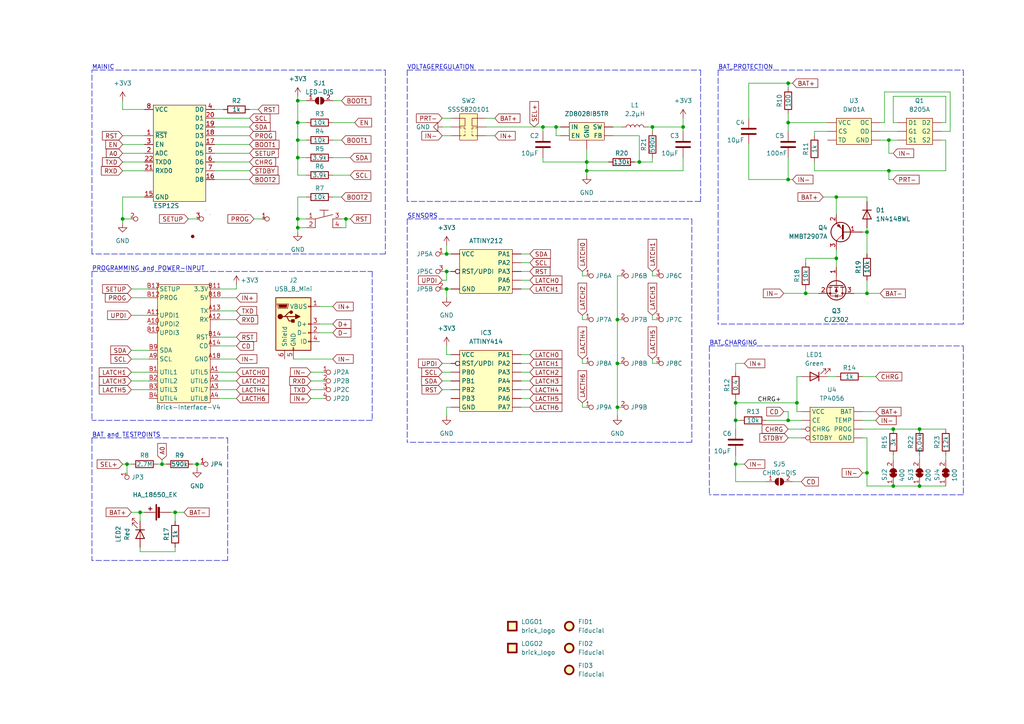
<source format=kicad_sch>
(kicad_sch (version 20211123) (generator eeschema)
  (paper "A4")
  (junction (at 213.36 121.92))
  (junction (at 129.54 73.66))
  (junction (at 161.29 36.83))
  (junction (at 100.33 63.5))
  (junction (at 86.36 45.72))
  (junction (at 86.36 63.5))
  (junction (at 86.36 66.04))
  (junction (at 198.12 36.83))
  (junction (at 242.57 57.15))
  (junction (at 129.54 83.82))
  (junction (at 228.6 35.56))
  (junction (at 228.6 52.07))
  (junction (at 46.99 134.62))
  (junction (at 50.8 148.59))
  (junction (at 86.36 29.21))
  (junction (at 86.36 40.64))
  (junction (at 35.56 63.5))
  (junction (at 86.36 35.56))
  (junction (at 257.81 49.53))
  (junction (at 213.36 116.84))
  (junction (at 157.48 36.83))
  (junction (at 228.6 24.13))
  (junction (at 170.18 49.53))
  (junction (at 259.08 124.46))
  (junction (at 259.08 140.97))
  (junction (at 179.07 92.71))
  (junction (at 251.46 85.09))
  (junction (at 189.23 36.83))
  (junction (at 40.64 148.59))
  (junction (at 233.68 85.09))
  (junction (at 179.07 105.41))
  (junction (at 129.54 78.74))
  (junction (at 242.57 74.93))
  (junction (at 266.7 124.46))
  (junction (at 170.18 46.99))
  (junction (at 57.15 134.62))
  (junction (at 213.36 134.62))
  (junction (at 251.46 67.31))
  (junction (at 251.46 137.16))
  (junction (at 266.7 140.97))
  (junction (at 257.81 40.64))
  (junction (at 228.6 121.92))
  (junction (at 36.83 134.62))
  (junction (at 179.07 118.11))
  (junction (at 185.42 46.99))
  (junction (at 231.14 116.84))
  (wire (pts (xy 170.18 49.53) (xy 198.12 49.53)))
  (wire (pts (xy 189.23 80.01) (xy 190.5 80.01)))
  (wire (pts (xy 228.6 124.46) (xy 232.41 124.46)))
  (wire (pts (xy 35.56 63.5) (xy 38.1 63.5)))
  (polyline (pts (xy 118.11 63.5) (xy 200.66 63.5)))
  (wire (pts (xy 35.56 64.77) (xy 35.56 63.5)))
  (wire (pts (xy 85.09 104.14) (xy 96.52 104.14)))
  (wire (pts (xy 90.17 107.95) (xy 93.98 107.95)))
  (wire (pts (xy 151.13 113.03) (xy 153.67 113.03)))
  (wire (pts (xy 233.68 85.09) (xy 237.49 85.09)))
  (wire (pts (xy 231.14 119.38) (xy 231.14 116.84)))
  (wire (pts (xy 129.54 71.12) (xy 129.54 73.66)))
  (wire (pts (xy 63.5 86.36) (xy 68.58 86.36)))
  (wire (pts (xy 62.23 31.75) (xy 64.77 31.75)))
  (wire (pts (xy 189.23 36.83) (xy 189.23 38.1)))
  (wire (pts (xy 96.52 29.21) (xy 99.06 29.21)))
  (wire (pts (xy 35.56 39.37) (xy 41.91 39.37)))
  (polyline (pts (xy 118.11 63.5) (xy 118.11 128.27)))
  (wire (pts (xy 157.48 36.83) (xy 157.48 38.1)))
  (wire (pts (xy 128.27 107.95) (xy 130.81 107.95)))
  (wire (pts (xy 184.15 46.99) (xy 185.42 46.99)))
  (wire (pts (xy 99.06 66.04) (xy 100.33 66.04)))
  (wire (pts (xy 256.54 26.67) (xy 275.59 26.67)))
  (wire (pts (xy 266.7 124.46) (xy 274.32 124.46)))
  (wire (pts (xy 170.18 43.18) (xy 170.18 46.99)))
  (polyline (pts (xy 111.76 73.66) (xy 26.67 73.66)))
  (wire (pts (xy 259.08 52.07) (xy 257.81 52.07)))
  (wire (pts (xy 86.36 29.21) (xy 88.9 29.21)))
  (wire (pts (xy 35.56 29.21) (xy 35.56 31.75)))
  (wire (pts (xy 251.46 67.31) (xy 251.46 66.04)))
  (wire (pts (xy 63.5 92.71) (xy 68.58 92.71)))
  (wire (pts (xy 198.12 38.1) (xy 198.12 36.83)))
  (wire (pts (xy 157.48 46.99) (xy 170.18 46.99)))
  (wire (pts (xy 86.36 35.56) (xy 86.36 29.21)))
  (wire (pts (xy 88.9 35.56) (xy 86.36 35.56)))
  (wire (pts (xy 38.1 148.59) (xy 40.64 148.59)))
  (wire (pts (xy 129.54 73.66) (xy 130.81 73.66)))
  (wire (pts (xy 266.7 140.97) (xy 274.32 140.97)))
  (wire (pts (xy 35.56 49.53) (xy 41.91 49.53)))
  (polyline (pts (xy 205.74 100.33) (xy 279.4 100.33)))
  (wire (pts (xy 72.39 31.75) (xy 74.93 31.75)))
  (wire (pts (xy 251.46 140.97) (xy 259.08 140.97)))
  (wire (pts (xy 62.23 44.45) (xy 72.39 44.45)))
  (wire (pts (xy 62.23 46.99) (xy 72.39 46.99)))
  (wire (pts (xy 62.23 49.53) (xy 72.39 49.53)))
  (wire (pts (xy 88.9 40.64) (xy 86.36 40.64)))
  (wire (pts (xy 213.36 139.7) (xy 213.36 134.62)))
  (wire (pts (xy 217.17 52.07) (xy 228.6 52.07)))
  (wire (pts (xy 88.9 50.8) (xy 86.36 50.8)))
  (wire (pts (xy 227.33 85.09) (xy 233.68 85.09)))
  (wire (pts (xy 62.23 52.07) (xy 72.39 52.07)))
  (wire (pts (xy 128.27 105.41) (xy 130.81 105.41)))
  (wire (pts (xy 161.29 36.83) (xy 162.56 36.83)))
  (wire (pts (xy 236.22 38.1) (xy 236.22 39.37)))
  (wire (pts (xy 35.56 63.5) (xy 35.56 57.15)))
  (wire (pts (xy 151.13 105.41) (xy 153.67 105.41)))
  (wire (pts (xy 92.71 93.98) (xy 96.52 93.98)))
  (wire (pts (xy 96.52 35.56) (xy 102.87 35.56)))
  (wire (pts (xy 250.19 127) (xy 251.46 127)))
  (wire (pts (xy 100.33 63.5) (xy 101.6 63.5)))
  (wire (pts (xy 179.07 118.11) (xy 180.34 118.11)))
  (wire (pts (xy 179.07 118.11) (xy 179.07 105.41)))
  (wire (pts (xy 151.13 83.82) (xy 153.67 83.82)))
  (wire (pts (xy 151.13 81.28) (xy 153.67 81.28)))
  (wire (pts (xy 179.07 105.41) (xy 180.34 105.41)))
  (wire (pts (xy 213.36 132.08) (xy 213.36 134.62)))
  (wire (pts (xy 255.27 40.64) (xy 257.81 40.64)))
  (wire (pts (xy 90.17 110.49) (xy 93.98 110.49)))
  (wire (pts (xy 251.46 137.16) (xy 251.46 140.97)))
  (wire (pts (xy 251.46 81.28) (xy 251.46 85.09)))
  (polyline (pts (xy 203.2 58.42) (xy 118.11 58.42)))
  (wire (pts (xy 170.18 49.53) (xy 170.18 50.8)))
  (wire (pts (xy 92.71 88.9) (xy 96.52 88.9)))
  (wire (pts (xy 63.5 100.33) (xy 68.58 100.33)))
  (wire (pts (xy 179.07 105.41) (xy 179.07 92.71)))
  (wire (pts (xy 35.56 134.62) (xy 36.83 134.62)))
  (wire (pts (xy 63.5 104.14) (xy 68.58 104.14)))
  (wire (pts (xy 233.68 74.93) (xy 242.57 74.93)))
  (polyline (pts (xy 208.28 20.32) (xy 208.28 93.98)))
  (wire (pts (xy 86.36 57.15) (xy 86.36 63.5)))
  (wire (pts (xy 41.91 31.75) (xy 35.56 31.75)))
  (wire (pts (xy 250.19 124.46) (xy 259.08 124.46)))
  (wire (pts (xy 129.54 100.33) (xy 129.54 102.87)))
  (polyline (pts (xy 208.28 20.32) (xy 279.4 20.32)))
  (wire (pts (xy 50.8 148.59) (xy 53.34 148.59)))
  (wire (pts (xy 46.99 134.62) (xy 48.26 134.62)))
  (wire (pts (xy 255.27 35.56) (xy 256.54 35.56)))
  (wire (pts (xy 96.52 57.15) (xy 99.06 57.15)))
  (wire (pts (xy 185.42 46.99) (xy 189.23 46.99)))
  (wire (pts (xy 86.36 50.8) (xy 86.36 45.72)))
  (wire (pts (xy 62.23 41.91) (xy 72.39 41.91)))
  (polyline (pts (xy 111.76 20.32) (xy 111.76 73.66)))
  (wire (pts (xy 35.56 46.99) (xy 41.91 46.99)))
  (wire (pts (xy 228.6 119.38) (xy 228.6 121.92)))
  (wire (pts (xy 232.41 109.22) (xy 231.14 109.22)))
  (wire (pts (xy 227.33 119.38) (xy 228.6 119.38)))
  (wire (pts (xy 86.36 40.64) (xy 86.36 35.56)))
  (wire (pts (xy 90.17 115.57) (xy 93.98 115.57)))
  (wire (pts (xy 251.46 58.42) (xy 251.46 57.15)))
  (wire (pts (xy 35.56 44.45) (xy 41.91 44.45)))
  (polyline (pts (xy 26.67 20.32) (xy 111.76 20.32)))
  (wire (pts (xy 128.27 78.74) (xy 129.54 78.74)))
  (wire (pts (xy 140.97 36.83) (xy 157.48 36.83)))
  (wire (pts (xy 213.36 116.84) (xy 213.36 121.92)))
  (wire (pts (xy 233.68 83.82) (xy 233.68 85.09)))
  (wire (pts (xy 189.23 45.72) (xy 189.23 46.99)))
  (wire (pts (xy 57.15 134.62) (xy 57.15 135.89)))
  (wire (pts (xy 240.03 109.22) (xy 242.57 109.22)))
  (wire (pts (xy 231.14 109.22) (xy 231.14 116.84)))
  (wire (pts (xy 168.91 91.44) (xy 168.91 92.71)))
  (wire (pts (xy 274.32 132.08) (xy 274.32 133.35)))
  (wire (pts (xy 168.91 80.01) (xy 170.18 80.01)))
  (wire (pts (xy 129.54 86.36) (xy 129.54 83.82)))
  (wire (pts (xy 128.27 110.49) (xy 130.81 110.49)))
  (wire (pts (xy 229.87 24.13) (xy 228.6 24.13)))
  (wire (pts (xy 273.05 38.1) (xy 275.59 38.1)))
  (wire (pts (xy 54.61 63.5) (xy 57.15 63.5)))
  (wire (pts (xy 255.27 38.1) (xy 260.35 38.1)))
  (wire (pts (xy 62.23 39.37) (xy 72.39 39.37)))
  (wire (pts (xy 260.35 35.56) (xy 259.08 35.56)))
  (wire (pts (xy 38.1 104.14) (xy 43.18 104.14)))
  (wire (pts (xy 177.8 39.37) (xy 185.42 39.37)))
  (wire (pts (xy 151.13 78.74) (xy 153.67 78.74)))
  (wire (pts (xy 151.13 118.11) (xy 153.67 118.11)))
  (wire (pts (xy 63.5 107.95) (xy 68.58 107.95)))
  (wire (pts (xy 128.27 34.29) (xy 130.81 34.29)))
  (wire (pts (xy 128.27 36.83) (xy 130.81 36.83)))
  (wire (pts (xy 162.56 39.37) (xy 161.29 39.37)))
  (wire (pts (xy 62.23 34.29) (xy 72.39 34.29)))
  (wire (pts (xy 38.1 91.44) (xy 43.18 91.44)))
  (wire (pts (xy 90.17 113.03) (xy 93.98 113.03)))
  (wire (pts (xy 86.36 63.5) (xy 88.9 63.5)))
  (wire (pts (xy 259.08 132.08) (xy 259.08 133.35)))
  (wire (pts (xy 238.76 57.15) (xy 242.57 57.15)))
  (wire (pts (xy 55.88 134.62) (xy 57.15 134.62)))
  (polyline (pts (xy 279.4 143.51) (xy 205.74 143.51)))
  (wire (pts (xy 242.57 57.15) (xy 251.46 57.15)))
  (wire (pts (xy 49.53 148.59) (xy 50.8 148.59)))
  (polyline (pts (xy 118.11 20.32) (xy 203.2 20.32)))
  (wire (pts (xy 86.36 66.04) (xy 88.9 66.04)))
  (wire (pts (xy 168.91 118.11) (xy 170.18 118.11)))
  (wire (pts (xy 233.68 76.2) (xy 233.68 74.93)))
  (wire (pts (xy 63.5 113.03) (xy 68.58 113.03)))
  (wire (pts (xy 213.36 115.57) (xy 213.36 116.84)))
  (wire (pts (xy 266.7 132.08) (xy 266.7 133.35)))
  (wire (pts (xy 259.08 27.94) (xy 274.32 27.94)))
  (wire (pts (xy 251.46 127) (xy 251.46 137.16)))
  (wire (pts (xy 228.6 52.07) (xy 229.87 52.07)))
  (wire (pts (xy 274.32 49.53) (xy 257.81 49.53)))
  (wire (pts (xy 88.9 45.72) (xy 86.36 45.72)))
  (wire (pts (xy 189.23 104.14) (xy 189.23 105.41)))
  (polyline (pts (xy 66.04 127) (xy 66.04 162.56)))
  (wire (pts (xy 274.32 40.64) (xy 274.32 49.53)))
  (wire (pts (xy 96.52 45.72) (xy 101.6 45.72)))
  (wire (pts (xy 189.23 36.83) (xy 198.12 36.83)))
  (wire (pts (xy 198.12 34.29) (xy 198.12 36.83)))
  (wire (pts (xy 259.08 35.56) (xy 259.08 27.94)))
  (wire (pts (xy 189.23 105.41) (xy 190.5 105.41)))
  (wire (pts (xy 231.14 116.84) (xy 213.36 116.84)))
  (wire (pts (xy 129.54 78.74) (xy 130.81 78.74)))
  (wire (pts (xy 128.27 39.37) (xy 130.81 39.37)))
  (wire (pts (xy 242.57 74.93) (xy 242.57 77.47)))
  (wire (pts (xy 250.19 119.38) (xy 254 119.38)))
  (wire (pts (xy 129.54 102.87) (xy 130.81 102.87)))
  (wire (pts (xy 250.19 137.16) (xy 251.46 137.16)))
  (wire (pts (xy 214.63 121.92) (xy 213.36 121.92)))
  (wire (pts (xy 129.54 83.82) (xy 130.81 83.82)))
  (wire (pts (xy 151.13 76.2) (xy 153.67 76.2)))
  (wire (pts (xy 63.5 90.17) (xy 68.58 90.17)))
  (polyline (pts (xy 200.66 63.5) (xy 200.66 128.27)))
  (wire (pts (xy 217.17 34.29) (xy 217.17 24.13)))
  (wire (pts (xy 250.19 121.92) (xy 254 121.92)))
  (wire (pts (xy 168.91 78.74) (xy 168.91 80.01)))
  (wire (pts (xy 38.1 107.95) (xy 43.18 107.95)))
  (polyline (pts (xy 205.74 100.33) (xy 205.74 143.51)))
  (wire (pts (xy 257.81 40.64) (xy 257.81 44.45)))
  (wire (pts (xy 38.1 113.03) (xy 43.18 113.03)))
  (wire (pts (xy 96.52 50.8) (xy 101.6 50.8)))
  (wire (pts (xy 168.91 104.14) (xy 168.91 105.41)))
  (wire (pts (xy 228.6 45.72) (xy 228.6 52.07)))
  (wire (pts (xy 240.03 38.1) (xy 236.22 38.1)))
  (wire (pts (xy 140.97 34.29) (xy 143.51 34.29)))
  (wire (pts (xy 213.36 134.62) (xy 215.9 134.62)))
  (wire (pts (xy 88.9 57.15) (xy 86.36 57.15)))
  (wire (pts (xy 240.03 35.56) (xy 228.6 35.56)))
  (wire (pts (xy 229.87 139.7) (xy 232.41 139.7)))
  (wire (pts (xy 275.59 38.1) (xy 275.59 26.67)))
  (wire (pts (xy 228.6 35.56) (xy 228.6 38.1)))
  (wire (pts (xy 50.8 160.02) (xy 40.64 160.02)))
  (wire (pts (xy 62.23 36.83) (xy 72.39 36.83)))
  (wire (pts (xy 242.57 57.15) (xy 242.57 62.23)))
  (polyline (pts (xy 200.66 128.27) (xy 118.11 128.27)))
  (wire (pts (xy 38.1 110.49) (xy 43.18 110.49)))
  (wire (pts (xy 213.36 105.41) (xy 213.36 107.95)))
  (wire (pts (xy 86.36 29.21) (xy 86.36 27.94)))
  (wire (pts (xy 40.64 158.75) (xy 40.64 160.02)))
  (wire (pts (xy 215.9 105.41) (xy 213.36 105.41)))
  (wire (pts (xy 179.07 92.71) (xy 180.34 92.71)))
  (wire (pts (xy 100.33 63.5) (xy 100.33 66.04)))
  (wire (pts (xy 161.29 36.83) (xy 161.29 39.37)))
  (wire (pts (xy 68.58 82.55) (xy 68.58 83.82)))
  (wire (pts (xy 92.71 96.52) (xy 96.52 96.52)))
  (polyline (pts (xy 66.04 162.56) (xy 26.67 162.56)))
  (wire (pts (xy 177.8 36.83) (xy 180.34 36.83)))
  (wire (pts (xy 213.36 121.92) (xy 213.36 124.46)))
  (wire (pts (xy 217.17 24.13) (xy 228.6 24.13)))
  (wire (pts (xy 157.48 36.83) (xy 161.29 36.83)))
  (wire (pts (xy 232.41 119.38) (xy 231.14 119.38)))
  (polyline (pts (xy 26.67 127) (xy 66.04 127)))
  (wire (pts (xy 189.23 91.44) (xy 189.23 92.71)))
  (wire (pts (xy 40.64 148.59) (xy 41.91 148.59)))
  (wire (pts (xy 179.07 80.01) (xy 180.34 80.01)))
  (wire (pts (xy 57.15 134.62) (xy 58.42 134.62)))
  (wire (pts (xy 259.08 124.46) (xy 266.7 124.46)))
  (wire (pts (xy 228.6 127) (xy 232.41 127)))
  (wire (pts (xy 35.56 41.91) (xy 41.91 41.91)))
  (wire (pts (xy 151.13 102.87) (xy 153.67 102.87)))
  (wire (pts (xy 128.27 113.03) (xy 130.81 113.03)))
  (wire (pts (xy 236.22 46.99) (xy 236.22 49.53)))
  (wire (pts (xy 168.91 92.71) (xy 170.18 92.71)))
  (wire (pts (xy 99.06 63.5) (xy 100.33 63.5)))
  (wire (pts (xy 36.83 134.62) (xy 36.83 137.16)))
  (wire (pts (xy 63.5 97.79) (xy 68.58 97.79)))
  (polyline (pts (xy 279.4 93.98) (xy 208.28 93.98)))
  (wire (pts (xy 257.81 40.64) (xy 260.35 40.64)))
  (wire (pts (xy 170.18 46.99) (xy 170.18 49.53)))
  (wire (pts (xy 86.36 45.72) (xy 86.36 40.64)))
  (wire (pts (xy 242.57 72.39) (xy 242.57 74.93)))
  (wire (pts (xy 168.91 116.84) (xy 168.91 118.11)))
  (wire (pts (xy 38.1 86.36) (xy 43.18 86.36)))
  (wire (pts (xy 151.13 107.95) (xy 153.67 107.95)))
  (wire (pts (xy 251.46 85.09) (xy 255.27 85.09)))
  (wire (pts (xy 273.05 40.64) (xy 274.32 40.64)))
  (wire (pts (xy 38.1 83.82) (xy 43.18 83.82)))
  (wire (pts (xy 198.12 45.72) (xy 198.12 49.53)))
  (wire (pts (xy 86.36 63.5) (xy 86.36 66.04)))
  (wire (pts (xy 187.96 36.83) (xy 189.23 36.83)))
  (wire (pts (xy 228.6 35.56) (xy 228.6 33.02)))
  (wire (pts (xy 86.36 66.04) (xy 86.36 67.31)))
  (polyline (pts (xy 26.67 73.66) (xy 26.67 20.32)))
  (wire (pts (xy 63.5 110.49) (xy 68.58 110.49)))
  (wire (pts (xy 38.1 101.6) (xy 43.18 101.6)))
  (wire (pts (xy 63.5 83.82) (xy 68.58 83.82)))
  (polyline (pts (xy 118.11 20.32) (xy 118.11 58.42)))
  (polyline (pts (xy 26.67 127) (xy 26.67 162.56)))
  (wire (pts (xy 256.54 26.67) (xy 256.54 35.56)))
  (wire (pts (xy 50.8 148.59) (xy 50.8 151.13)))
  (wire (pts (xy 46.99 133.35) (xy 46.99 134.62)))
  (wire (pts (xy 128.27 73.66) (xy 129.54 73.66)))
  (wire (pts (xy 151.13 110.49) (xy 153.67 110.49)))
  (wire (pts (xy 151.13 115.57) (xy 153.67 115.57)))
  (polyline (pts (xy 107.95 78.74) (xy 107.95 121.92)))
  (wire (pts (xy 257.81 49.53) (xy 236.22 49.53)))
  (polyline (pts (xy 26.67 78.74) (xy 107.95 78.74)))
  (wire (pts (xy 217.17 41.91) (xy 217.17 52.07)))
  (wire (pts (xy 222.25 121.92) (xy 228.6 121.92)))
  (wire (pts (xy 185.42 39.37) (xy 185.42 46.99)))
  (wire (pts (xy 274.32 27.94) (xy 274.32 35.56)))
  (wire (pts (xy 250.19 109.22) (xy 254 109.22)))
  (wire (pts (xy 157.48 45.72) (xy 157.48 46.99)))
  (wire (pts (xy 189.23 92.71) (xy 190.5 92.71)))
  (wire (pts (xy 228.6 24.13) (xy 228.6 25.4)))
  (polyline (pts (xy 279.4 100.33) (xy 279.4 143.51)))
  (wire (pts (xy 251.46 67.31) (xy 251.46 73.66)))
  (wire (pts (xy 179.07 92.71) (xy 179.07 80.01)))
  (wire (pts (xy 96.52 40.64) (xy 99.06 40.64)))
  (wire (pts (xy 273.05 35.56) (xy 274.32 35.56)))
  (polyline (pts (xy 107.95 121.92) (xy 26.67 121.92)))
  (wire (pts (xy 35.56 57.15) (xy 41.91 57.15)))
  (wire (pts (xy 140.97 39.37) (xy 143.51 39.37)))
  (wire (pts (xy 45.72 134.62) (xy 46.99 134.62)))
  (wire (pts (xy 128.27 81.28) (xy 129.54 81.28)))
  (wire (pts (xy 250.19 67.31) (xy 251.46 67.31)))
  (polyline (pts (xy 203.2 20.32) (xy 203.2 58.42)))
  (wire (pts (xy 36.83 134.62) (xy 38.1 134.62)))
  (wire (pts (xy 40.64 148.59) (xy 40.64 151.13)))
  (wire (pts (xy 151.13 73.66) (xy 153.67 73.66)))
  (wire (pts (xy 213.36 139.7) (xy 222.25 139.7)))
  (wire (pts (xy 189.23 78.74) (xy 189.23 80.01)))
  (wire (pts (xy 257.81 49.53) (xy 257.81 52.07)))
  (wire (pts (xy 259.08 44.45) (xy 257.81 44.45)))
  (polyline (pts (xy 26.67 78.74) (xy 26.67 121.92)))
  (wire (pts (xy 179.07 120.65) (xy 179.07 118.11)))
  (wire (pts (xy 228.6 121.92) (xy 232.41 121.92)))
  (wire (pts (xy 259.08 140.97) (xy 266.7 140.97)))
  (wire (pts (xy 73.66 63.5) (xy 76.2 63.5)))
  (wire (pts (xy 130.81 118.11) (xy 129.54 118.11)))
  (wire (pts (xy 247.65 85.09) (xy 251.46 85.09)))
  (wire (pts (xy 63.5 115.57) (xy 68.58 115.57)))
  (wire (pts (xy 129.54 78.74) (xy 129.54 81.28)))
  (wire (pts (xy 170.18 46.99) (xy 176.53 46.99)))
  (wire (pts (xy 129.54 118.11) (xy 129.54 120.65)))
  (wire (pts (xy 168.91 105.41) (xy 170.18 105.41)))
  (wire (pts (xy 128.27 83.82) (xy 129.54 83.82)))
  (wire (pts (xy 50.8 158.75) (xy 50.8 160.02)))
  (polyline (pts (xy 279.4 20.32) (xy 279.4 93.98)))
  (text "SENSORS" (at 118.11 63.5 0) (effects (font (size 1.27 1.27)) (justify left bottom)))
  (text "MAINIC" (at 26.67 20.32 0) (effects (font (size 1.27 1.27)) (justify left bottom)))
  (text "BAT_CHARGING" (at 205.74 100.33 0) (effects (font (size 1.27 1.27)) (justify left bottom)))
  (text "BAT and TESTPOINTS" (at 26.67 127 0) (effects (font (size 1.27 1.27)) (justify left bottom)))
  (text "VOLTAGEREGULATION" (at 118.11 20.32 0) (effects (font (size 1.27 1.27)) (justify left bottom)))
  (text "BAT_PROTECTION" (at 208.28 20.32 0) (effects (font (size 1.27 1.27)) (justify left bottom)))
  (text "PROGRAMMING and POWER-INPUT" (at 26.67 78.74 0) (effects (font (size 1.27 1.27)) (justify left bottom)))
  (label "CHRG+" (at 219.71 116.84 0))
  (global_label "STDBY" (shape input) (at 72.39 49.53 0) (property "Referenzen zwischen Schaltplänen" "${INTERSHEET_REFS}" (effects hide)))
  (global_label "PROG" (shape input) (at 72.39 39.37 0) (property "Referenzen zwischen Schaltplänen" "${INTERSHEET_REFS}" (effects hide)))
  (global_label "SETUP" (shape input) (at 54.61 63.5 180) (property "Referenzen zwischen Schaltplänen" "${INTERSHEET_REFS}" (effects hide)))
  (global_label "CD" (shape input) (at 232.41 139.7 0) (property "Referenzen zwischen Schaltplänen" "${INTERSHEET_REFS}" (effects hide)))
  (global_label "CHRG" (shape input) (at 228.6 124.46 180) (property "Referenzen zwischen Schaltplänen" "${INTERSHEET_REFS}" (effects hide)))
  (global_label "SDA" (shape input) (at 101.6 45.72 0) (property "Referenzen zwischen Schaltplänen" "${INTERSHEET_REFS}" (effects hide)))
  (global_label "LATCH3" (shape input) (at 189.23 91.44 90) (property "Referenzen zwischen Schaltplänen" "${INTERSHEET_REFS}" (effects hide)))
  (global_label "LACTH5" (shape input) (at 38.1 113.03 180) (property "Referenzen zwischen Schaltplänen" "${INTERSHEET_REFS}" (effects hide)))
  (global_label "PRT-" (shape input) (at 128.27 34.29 180) (property "Referenzen zwischen Schaltplänen" "${INTERSHEET_REFS}" (effects hide)))
  (global_label "D-" (shape input) (at 96.52 96.52 0) (property "Referenzen zwischen Schaltplänen" "${INTERSHEET_REFS}" (effects hide)))
  (global_label "STDBY" (shape input) (at 228.6 127 180) (property "Referenzen zwischen Schaltplänen" "${INTERSHEET_REFS}" (effects hide)))
  (global_label "IN-" (shape input) (at 227.33 85.09 180) (property "Referenzen zwischen Schaltplänen" "${INTERSHEET_REFS}" (effects hide)))
  (global_label "RST" (shape input) (at 35.56 39.37 180) (property "Referenzen zwischen Schaltplänen" "${INTERSHEET_REFS}" (effects hide)))
  (global_label "BAT+" (shape input) (at 143.51 34.29 0) (property "Referenzen zwischen Schaltplänen" "${INTERSHEET_REFS}" (effects hide)))
  (global_label "SCL" (shape input) (at 101.6 50.8 0) (property "Referenzen zwischen Schaltplänen" "${INTERSHEET_REFS}" (effects hide)))
  (global_label "SCL" (shape input) (at 72.39 34.29 0) (property "Referenzen zwischen Schaltplänen" "${INTERSHEET_REFS}" (effects hide)))
  (global_label "CD" (shape input) (at 68.58 100.33 0) (property "Referenzen zwischen Schaltplänen" "${INTERSHEET_REFS}" (effects hide)))
  (global_label "LACTH6" (shape input) (at 168.91 116.84 90) (property "Referenzen zwischen Schaltplänen" "${INTERSHEET_REFS}" (effects hide)))
  (global_label "BOOT1" (shape input) (at 99.06 29.21 0) (property "Referenzen zwischen Schaltplänen" "${INTERSHEET_REFS}" (effects hide)))
  (global_label "LACTH5" (shape input) (at 153.67 115.57 0) (property "Referenzen zwischen Schaltplänen" "${INTERSHEET_REFS}" (effects hide)))
  (global_label "RST" (shape input) (at 74.93 31.75 0) (property "Referenzen zwischen Schaltplänen" "${INTERSHEET_REFS}" (effects hide)))
  (global_label "LATCH3" (shape input) (at 38.1 110.49 180) (property "Referenzen zwischen Schaltplänen" "${INTERSHEET_REFS}" (effects hide)))
  (global_label "LATCH1" (shape input) (at 153.67 83.82 0) (property "Referenzen zwischen Schaltplänen" "${INTERSHEET_REFS}" (effects hide)))
  (global_label "SDA" (shape input) (at 153.67 73.66 0) (property "Referenzen zwischen Schaltplänen" "${INTERSHEET_REFS}" (effects hide)))
  (global_label "BAT+" (shape input) (at 38.1 148.59 180) (property "Referenzen zwischen Schaltplänen" "${INTERSHEET_REFS}" (effects hide)))
  (global_label "SETUP" (shape input) (at 72.39 44.45 0) (property "Referenzen zwischen Schaltplänen" "${INTERSHEET_REFS}" (effects hide)))
  (global_label "D+" (shape input) (at 96.52 93.98 0) (property "Referenzen zwischen Schaltplänen" "${INTERSHEET_REFS}" (effects hide)))
  (global_label "IN+" (shape input) (at 215.9 105.41 0) (property "Referenzen zwischen Schaltplänen" "${INTERSHEET_REFS}" (effects hide)))
  (global_label "EN" (shape input) (at 102.87 35.56 0) (property "Referenzen zwischen Schaltplänen" "${INTERSHEET_REFS}" (effects hide)))
  (global_label "LATCH0" (shape input) (at 153.67 102.87 0) (property "Referenzen zwischen Schaltplänen" "${INTERSHEET_REFS}" (effects hide)))
  (global_label "RST" (shape input) (at 101.6 63.5 0) (property "Referenzen zwischen Schaltplänen" "${INTERSHEET_REFS}" (effects hide)))
  (global_label "SCL" (shape input) (at 128.27 107.95 180) (property "Referenzen zwischen Schaltplänen" "${INTERSHEET_REFS}" (effects hide)))
  (global_label "IN-" (shape input) (at 96.52 104.14 0) (property "Referenzen zwischen Schaltplänen" "${INTERSHEET_REFS}" (effects hide)))
  (global_label "A0" (shape input) (at 46.99 133.35 90) (property "Referenzen zwischen Schaltplänen" "${INTERSHEET_REFS}" (effects hide)))
  (global_label "TXD" (shape input) (at 35.56 46.99 180) (property "Referenzen zwischen Schaltplänen" "${INTERSHEET_REFS}" (effects hide)))
  (global_label "LACTH6" (shape input) (at 68.58 115.57 0) (property "Referenzen zwischen Schaltplänen" "${INTERSHEET_REFS}" (effects hide)))
  (global_label "PROG" (shape input) (at 38.1 86.36 180) (property "Referenzen zwischen Schaltplänen" "${INTERSHEET_REFS}" (effects hide)))
  (global_label "RST" (shape input) (at 153.67 78.74 0) (property "Referenzen zwischen Schaltplänen" "${INTERSHEET_REFS}" (effects hide)))
  (global_label "BOOT2" (shape input) (at 72.39 52.07 0) (property "Referenzen zwischen Schaltplänen" "${INTERSHEET_REFS}" (effects hide)))
  (global_label "LATCH0" (shape input) (at 168.91 78.74 90) (property "Referenzen zwischen Schaltplänen" "${INTERSHEET_REFS}" (effects hide)))
  (global_label "BOOT1" (shape input) (at 99.06 40.64 0) (property "Referenzen zwischen Schaltplänen" "${INTERSHEET_REFS}" (effects hide)))
  (global_label "LATCH2" (shape input) (at 68.58 110.49 0) (property "Referenzen zwischen Schaltplänen" "${INTERSHEET_REFS}" (effects hide)))
  (global_label "IN-" (shape input) (at 250.19 137.16 180) (property "Referenzen zwischen Schaltplänen" "${INTERSHEET_REFS}" (effects hide)))
  (global_label "RST" (shape input) (at 128.27 113.03 180) (property "Referenzen zwischen Schaltplänen" "${INTERSHEET_REFS}" (effects hide)))
  (global_label "SEL+" (shape input) (at 154.94 36.83 90) (property "Referenzen zwischen Schaltplänen" "${INTERSHEET_REFS}" (effects hide)))
  (global_label "IN+" (shape input) (at 96.52 88.9 0) (property "Referenzen zwischen Schaltplänen" "${INTERSHEET_REFS}" (effects hide)))
  (global_label "TXD" (shape input) (at 68.58 90.17 0) (property "Referenzen zwischen Schaltplänen" "${INTERSHEET_REFS}" (effects hide)))
  (global_label "BAT+" (shape input) (at 238.76 57.15 180) (property "Referenzen zwischen Schaltplänen" "${INTERSHEET_REFS}" (effects hide)))
  (global_label "BAT-" (shape input) (at 255.27 85.09 0) (property "Referenzen zwischen Schaltplänen" "${INTERSHEET_REFS}" (effects hide)))
  (global_label "SEL+" (shape input) (at 35.56 134.62 180) (property "Referenzen zwischen Schaltplänen" "${INTERSHEET_REFS}" (effects hide)))
  (global_label "A0" (shape input) (at 35.56 44.45 180) (property "Referenzen zwischen Schaltplänen" "${INTERSHEET_REFS}" (effects hide)))
  (global_label "SDA" (shape input) (at 128.27 110.49 180) (property "Referenzen zwischen Schaltplänen" "${INTERSHEET_REFS}" (effects hide)))
  (global_label "IN+" (shape input) (at 143.51 39.37 0) (property "Referenzen zwischen Schaltplänen" "${INTERSHEET_REFS}" (effects hide)))
  (global_label "LATCH2" (shape input) (at 153.67 107.95 0) (property "Referenzen zwischen Schaltplänen" "${INTERSHEET_REFS}" (effects hide)))
  (global_label "RXD" (shape input) (at 35.56 49.53 180) (property "Referenzen zwischen Schaltplänen" "${INTERSHEET_REFS}" (effects hide)))
  (global_label "IN-" (shape input) (at 68.58 104.14 0) (property "Referenzen zwischen Schaltplänen" "${INTERSHEET_REFS}" (effects hide)))
  (global_label "BAT+" (shape input) (at 229.87 24.13 0) (property "Referenzen zwischen Schaltplänen" "${INTERSHEET_REFS}" (effects hide)))
  (global_label "IN-" (shape input) (at 90.17 107.95 180) (property "Referenzen zwischen Schaltplänen" "${INTERSHEET_REFS}" (effects hide)))
  (global_label "LACTH6" (shape input) (at 153.67 118.11 0) (property "Referenzen zwischen Schaltplänen" "${INTERSHEET_REFS}" (effects hide)))
  (global_label "LACTH4" (shape input) (at 168.91 104.14 90) (property "Referenzen zwischen Schaltplänen" "${INTERSHEET_REFS}" (effects hide)))
  (global_label "IN+" (shape input) (at 68.58 86.36 0) (property "Referenzen zwischen Schaltplänen" "${INTERSHEET_REFS}" (effects hide)))
  (global_label "IN-" (shape input) (at 229.87 52.07 0) (property "Referenzen zwischen Schaltplänen" "${INTERSHEET_REFS}" (effects hide)))
  (global_label "LATCH1" (shape input) (at 153.67 105.41 0) (property "Referenzen zwischen Schaltplänen" "${INTERSHEET_REFS}" (effects hide)))
  (global_label "PROG" (shape input) (at 73.66 63.5 180) (property "Referenzen zwischen Schaltplänen" "${INTERSHEET_REFS}" (effects hide)))
  (global_label "RXD" (shape input) (at 68.58 92.71 0) (property "Referenzen zwischen Schaltplänen" "${INTERSHEET_REFS}" (effects hide)))
  (global_label "CHRG" (shape input) (at 72.39 46.99 0) (property "Referenzen zwischen Schaltplänen" "${INTERSHEET_REFS}" (effects hide)))
  (global_label "BAT-" (shape input) (at 53.34 148.59 0) (property "Referenzen zwischen Schaltplänen" "${INTERSHEET_REFS}" (effects hide)))
  (global_label "SETUP" (shape input) (at 38.1 83.82 180) (property "Referenzen zwischen Schaltplänen" "${INTERSHEET_REFS}" (effects hide)))
  (global_label "IN-" (shape input) (at 128.27 39.37 180) (property "Referenzen zwischen Schaltplänen" "${INTERSHEET_REFS}" (effects hide)))
  (global_label "IN-" (shape input) (at 254 121.92 0) (property "Referenzen zwischen Schaltplänen" "${INTERSHEET_REFS}" (effects hide)))
  (global_label "UPDI" (shape input) (at 38.1 91.44 180) (property "Referenzen zwischen Schaltplänen" "${INTERSHEET_REFS}" (effects hide)))
  (global_label "CHRG" (shape input) (at 254 109.22 0) (property "Referenzen zwischen Schaltplänen" "${INTERSHEET_REFS}" (effects hide)))
  (global_label "EN" (shape input) (at 35.56 41.91 180) (property "Referenzen zwischen Schaltplänen" "${INTERSHEET_REFS}" (effects hide)))
  (global_label "CD" (shape input) (at 227.33 119.38 180) (property "Referenzen zwischen Schaltplänen" "${INTERSHEET_REFS}" (effects hide)))
  (global_label "LATCH3" (shape input) (at 153.67 110.49 0) (property "Referenzen zwischen Schaltplänen" "${INTERSHEET_REFS}" (effects hide)))
  (global_label "LATCH0" (shape input) (at 68.58 107.95 0) (property "Referenzen zwischen Schaltplänen" "${INTERSHEET_REFS}" (effects hide)))
  (global_label "UPDI" (shape input) (at 128.27 105.41 180) (property "Referenzen zwischen Schaltplänen" "${INTERSHEET_REFS}" (effects hide)))
  (global_label "SDA" (shape input) (at 38.1 101.6 180) (property "Referenzen zwischen Schaltplänen" "${INTERSHEET_REFS}" (effects hide)))
  (global_label "BOOT1" (shape input) (at 72.39 41.91 0) (property "Referenzen zwischen Schaltplänen" "${INTERSHEET_REFS}" (effects hide)))
  (global_label "LATCH2" (shape input) (at 168.91 91.44 90) (property "Referenzen zwischen Schaltplänen" "${INTERSHEET_REFS}" (effects hide)))
  (global_label "PRT-" (shape input) (at 259.08 52.07 0) (property "Referenzen zwischen Schaltplänen" "${INTERSHEET_REFS}" (effects hide)))
  (global_label "RST" (shape input) (at 68.58 97.79 0) (property "Referenzen zwischen Schaltplänen" "${INTERSHEET_REFS}" (effects hide)))
  (global_label "IN+" (shape input) (at 90.17 115.57 180) (property "Referenzen zwischen Schaltplänen" "${INTERSHEET_REFS}" (effects hide)))
  (global_label "UPDI" (shape input) (at 128.27 81.28 180) (property "Referenzen zwischen Schaltplänen" "${INTERSHEET_REFS}" (effects hide)))
  (global_label "SCL" (shape input) (at 153.67 76.2 0) (property "Referenzen zwischen Schaltplänen" "${INTERSHEET_REFS}" (effects hide)))
  (global_label "LACTH5" (shape input) (at 189.23 104.14 90) (property "Referenzen zwischen Schaltplänen" "${INTERSHEET_REFS}" (effects hide)))
  (global_label "IN-" (shape input) (at 215.9 134.62 0) (property "Referenzen zwischen Schaltplänen" "${INTERSHEET_REFS}" (effects hide)))
  (global_label "LACTH4" (shape input) (at 68.58 113.03 0) (property "Referenzen zwischen Schaltplänen" "${INTERSHEET_REFS}" (effects hide)))
  (global_label "IN-" (shape input) (at 259.08 44.45 0) (property "Referenzen zwischen Schaltplänen" "${INTERSHEET_REFS}" (effects hide)))
  (global_label "RXD" (shape input) (at 90.17 110.49 180) (property "Referenzen zwischen Schaltplänen" "${INTERSHEET_REFS}" (effects hide)))
  (global_label "LATCH0" (shape input) (at 153.67 81.28 0) (property "Referenzen zwischen Schaltplänen" "${INTERSHEET_REFS}" (effects hide)))
  (global_label "LATCH1" (shape input) (at 189.23 78.74 90) (property "Referenzen zwischen Schaltplänen" "${INTERSHEET_REFS}" (effects hide)))
  (global_label "BAT+" (shape input) (at 254 119.38 0) (property "Referenzen zwischen Schaltplänen" "${INTERSHEET_REFS}" (effects hide)))
  (global_label "TXD" (shape input) (at 90.17 113.03 180) (property "Referenzen zwischen Schaltplänen" "${INTERSHEET_REFS}" (effects hide)))
  (global_label "SDA" (shape input) (at 72.39 36.83 0) (property "Referenzen zwischen Schaltplänen" "${INTERSHEET_REFS}" (effects hide)))
  (global_label "LACTH4" (shape input) (at 153.67 113.03 0) (property "Referenzen zwischen Schaltplänen" "${INTERSHEET_REFS}" (effects hide)))
  (global_label "LATCH1" (shape input) (at 38.1 107.95 180) (property "Referenzen zwischen Schaltplänen" "${INTERSHEET_REFS}" (effects hide)))
  (global_label "BOOT2" (shape input) (at 99.06 57.15 0) (property "Referenzen zwischen Schaltplänen" "${INTERSHEET_REFS}" (effects hide)))
  (global_label "SCL" (shape input) (at 38.1 104.14 180) (property "Referenzen zwischen Schaltplänen" "${INTERSHEET_REFS}" (effects hide)))
  (symbol (lib_id "Device:R") (at 213.36 111.76 180) (unit 1)
    (property "Reference" "R12" (at 210.82 111.76 90))
    (property "Value" "0.4" (at 213.36 111.76 90))
    (property "Footprint" "no_common:R_0805_2012Metric" (effects hide))
    (property "Storage" "MAG1" (effects hide))
  )
  (symbol (lib_id "Jumper:SolderJumper_2_Bridged") (at 266.7 137.16 90) (unit 1)
    (property "Reference" "SJ3" (at 264.16 135.89 0) (effects (justify right)))
    (property "Value" "200" (at 269.24 135.89 0) (effects (justify right)))
    (property "Footprint" "Jumper:SolderJumper-2_P1.3mm_Bridged_RoundedPad1.0x1.5mm" (effects hide))
    (property "Reference" "SJ3" (effects hide))
    (property "Value" "200" (effects hide))
    (property "DNP" "true" (effects hide))
  )
  (symbol (lib_id "no_pinhd:PINHD_1X01") (at 36.83 138.43 270) (unit 1)
    (property "Reference" "JP3" (at 38.1 138.4299 90) (effects (justify left)))
    (property "Value" "PINHD_1X01" (effects hide))
    (property "Footprint" "no_pinhd:PINHD_1X01_2.54_1mm_Square" (effects hide))
    (property "Desc" "TPB+" (effects hide))
    (property "Reference" "JP3" (effects hide))
    (property "Value" "PINHD_1X01" (effects hide))
    (property "DNP" "true" (effects hide))
  )
  (symbol (lib_id "Device:R") (at 92.71 35.56 90) (unit 1)
    (property "Reference" "R3" (at 92.71 33.02 90))
    (property "Value" "10k" (at 92.71 35.56 90))
    (property "Footprint" "no_common:R_0805_2012Metric" (effects hide))
    (property "Storage" "MAG2" (effects hide))
  )
  (symbol (lib_id "power:GND") (at 129.54 120.65 0) (unit 1)
    (property "Reference" "#PWR02" (effects hide))
    (property "Value" "GND" (at 129.54 125.73 0))
  )
  (symbol (lib_id "power:+3V3") (at 35.56 29.21 0) (unit 1)
    (property "Reference" "#PWR04" (effects hide))
    (property "Value" "+3V3" (at 35.56 24.13 0))
  )
  (symbol (lib_id "Jumper:SolderJumper_2_Open") (at 92.71 29.21 0) (unit 1)
    (property "Reference" "SJ1" (at 92.71 24.13 0))
    (property "Value" "LED-DIS" (at 92.71 26.67 0))
    (property "Footprint" "Jumper:SolderJumper-2_P1.3mm_Open_RoundedPad1.0x1.5mm" (effects hide))
    (property "Reference" "SJ1" (effects hide))
    (property "Value" "LED-DIS" (effects hide))
    (property "DNP" "true" (effects hide))
  )
  (symbol (lib_id "power:GND") (at 129.54 86.36 0) (unit 1)
    (property "Reference" "#PWR09" (effects hide))
    (property "Value" "GND" (at 129.54 91.44 0))
  )
  (symbol (lib_id "no_pinhd:PINHD_1X04") (at 95.25 115.57 0) (unit 4)
    (property "Reference" "JP2" (at 96.52 115.5699 0) (effects (justify left)))
    (property "Value" "PINHD_1X04" (effects hide))
    (property "Footprint" "no_pinhd:PINHD_1X04_2.54_1mm_Round" (effects hide))
    (property "Desc" "UART" (effects hide))
    (property "Reference" "JP2" (effects hide))
    (property "Value" "PINHD_1X04" (effects hide))
    (property "DNP" "true" (effects hide))
  )
  (symbol (lib_id "Device:R") (at 92.71 45.72 90) (unit 1)
    (property "Reference" "R5" (at 92.71 43.18 90))
    (property "Value" "3.9k" (at 92.71 45.72 90))
    (property "Footprint" "no_common:R_0805_2012Metric" (effects hide))
    (property "Storage" "MAG1" (effects hide))
  )
  (symbol (lib_id "no_pinhd:PINHD_1X03") (at 171.45 105.41 0) (unit 1)
    (property "Reference" "JP8" (at 172.72 105.4099 0) (effects (justify left)))
    (property "Value" "PINHD_1X03" (effects hide))
    (property "Footprint" "no_pinhd:PINHD_1X03_2.54_1mm_Round" (effects hide))
    (property "Desc" "Latch4+5" (effects hide))
    (property "DNP" "true" (effects hide))
  )
  (symbol (lib_id "no_pinhd:PINHD_1X03") (at 181.61 105.41 0) (unit 2)
    (property "Reference" "JP8" (at 182.88 105.4099 0) (effects (justify left)))
    (property "Value" "PINHD_1X03" (effects hide))
    (property "Footprint" "no_pinhd:PINHD_1X03_2.54_1mm_Round" (effects hide))
    (property "Desc" "Latch4+5" (effects hide))
    (property "DNP" "true" (effects hide))
  )
  (symbol (lib_id "no_common:8205A") (at 266.7 38.1 0) (unit 1)
    (property "Reference" "Q1" (at 266.7 29.21 0))
    (property "Value" "8205A" (at 266.7 31.75 0))
    (property "Footprint" "no_common:TSSOP8_MS" (effects hide))
    (property "Storage" "MAG4" (effects hide))
    (property "StorageDesc" "8205A" (effects hide))
  )
  (symbol (lib_id "no_pinhd:PINHD_1X03") (at 181.61 80.01 0) (unit 2)
    (property "Reference" "JP6" (at 182.88 80.0099 0) (effects (justify left)))
    (property "Value" "PINHD_1X03" (effects hide))
    (property "Footprint" "no_pinhd:PINHD_1X03_2.54_1mm_Round" (effects hide))
    (property "Desc" "Latch0+1" (effects hide))
    (property "DNP" "true" (effects hide))
  )
  (symbol (lib_id "power:+3V3") (at 129.54 71.12 0) (unit 1)
    (property "Reference" "#PWR08" (effects hide))
    (property "Value" "+3V3" (at 129.54 66.04 0))
  )
  (symbol (lib_id "no_expressif:ESP12S") (at 52.07 44.45 0) (unit 1)
    (property "Reference" "IC1" (at 45.72 29.21 0))
    (property "Value" "ESP12S" (at 48.26 59.69 0))
    (property "Footprint" "no_expressif:ESP12S" (effects hide))
    (property "Reference" "IC1" (effects hide))
    (property "Value" "ESP12S" (effects hide))
    (property "Storage" "SK1 3x5" (effects hide))
    (property "StorageDesc" "ESP12-F" (effects hide))
  )
  (symbol (lib_id "Jumper:SolderJumper_2_Bridged") (at 274.32 137.16 90) (unit 1)
    (property "Reference" "SJ4" (at 271.78 135.89 0) (effects (justify right)))
    (property "Value" "100" (at 276.86 135.89 0) (effects (justify right)))
    (property "Footprint" "Jumper:SolderJumper-2_P1.3mm_Bridged_RoundedPad1.0x1.5mm" (effects hide))
    (property "Reference" "SJ4" (effects hide))
    (property "Value" "100" (effects hide))
    (property "DNP" "true" (effects hide))
  )
  (symbol (lib_id "no_brick_interface:Brick-Interface-V4") (at 53.34 100.33 0) (unit 1)
    (property "Reference" "J1" (at 46.99 81.28 0))
    (property "Value" "Brick-Interface-V4" (at 54.61 118.11 0))
    (property "Footprint" "no_brick_interface:Brick_Interface_V4_inset" (effects hide))
    (property "Reference" "J1" (effects hide))
    (property "Value" "Brick-Interface-V4" (effects hide))
    (property "DNP" "true" (effects hide))
  )
  (symbol (lib_id "no_pinhd:PINHD_1X03") (at 191.77 80.01 0) (unit 3)
    (property "Reference" "JP6" (at 193.04 80.0099 0) (effects (justify left)))
    (property "Value" "PINHD_1X03" (effects hide))
    (property "Footprint" "no_pinhd:PINHD_1X03_2.54_1mm_Round" (effects hide))
    (property "Desc" "Latch0+1" (effects hide))
    (property "DNP" "true" (effects hide))
  )
  (symbol (lib_id "power:+3V3") (at 198.12 34.29 0) (unit 1)
    (property "Reference" "#PWR0105" (effects hide))
    (property "Value" "+3V3" (at 198.12 29.21 0))
  )
  (symbol (lib_id "Connector:USB_B_Mini") (at 85.09 93.98 0) (unit 1)
    (property "Reference" "J2" (at 85.09 81.28 0))
    (property "Value" "USB_B_Mini" (at 85.09 83.82 0))
    (property "Footprint" "no_common:USB_Micro-B_Amphenol_10118194_Horizontal" (effects hide))
    (property "Storage" "SK2 1x3" (effects hide))
    (property "StorageDesc" "MicroUSB TypeB" (effects hide))
    (property "Handsolder" "true" (effects hide))
  )
  (symbol (lib_id "Device:R") (at 218.44 121.92 90) (unit 1)
    (property "Reference" "R13" (at 218.44 119.38 90))
    (property "Value" "10k" (at 218.44 121.92 90))
    (property "Footprint" "no_common:R_0805_2012Metric" (effects hide))
    (property "Storage" "MAG2" (effects hide))
  )
  (symbol (lib_id "Mechanical:Fiducial") (at 165.1 181.61 0) (unit 1)
    (property "Reference" "FID1" (at 167.64 180.3399 0) (effects (justify left)))
    (property "Value" "Fiducial" (at 167.64 182.8799 0) (effects (justify left)))
    (property "Footprint" "Fiducial:Fiducial_1mm_Mask2mm" (effects hide))
    (property "DNP" "true" (effects hide))
  )
  (symbol (lib_id "power:GND") (at 170.18 50.8 0) (unit 1)
    (property "Reference" "#PWR0104" (effects hide))
    (property "Value" "GND" (at 170.18 55.88 0))
  )
  (symbol (lib_id "Device:R") (at 236.22 43.18 180) (unit 1)
    (property "Reference" "R11" (at 233.68 43.18 90))
    (property "Value" "1k" (at 236.22 43.18 90))
    (property "Footprint" "no_common:R_0805_2012Metric" (effects hide))
    (property "Storage" "MAG1" (effects hide))
  )
  (symbol (lib_id "no_common:HA_18650_EK") (at 46.99 148.59 90) (unit 1)
    (property "Reference" "BT1" (at 44.958 140.97 90))
    (property "Value" "HA_18650_EK" (at 44.958 143.51 90))
    (property "Footprint" "no_common:HA_18650_EK" (effects hide))
    (property "Reference" "BT1" (effects hide))
    (property "Value" "HA_18650_EK" (effects hide))
    (property "Storage" "SK2 1x2" (effects hide))
    (property "StorageDesc" "HA 18650 EK" (effects hide))
    (property "Handsolder" "true" (effects hide))
  )
  (symbol (lib_id "no_pinhd:PINHD_1X03") (at 127 78.74 180) (unit 3)
    (property "Reference" "JP5" (at 123.19 78.74 0))
    (property "Value" "PINHD_1X03" (effects hide))
    (property "Footprint" "no_pinhd:PINHD_1X03_2.54_1mm_Round" (effects hide))
    (property "Desc" "UPDI1" (effects hide))
    (property "Reference" "JP5" (effects hide))
    (property "Value" "PINHD_1X03" (effects hide))
    (property "DNP" "true" (effects hide))
  )
  (symbol (lib_id "Device:C") (at 198.12 41.91 0) (unit 1)
    (property "Reference" "C3" (at 194.31 39.37 0) (effects (justify left)))
    (property "Value" "10µF" (at 191.77 44.45 0) (effects (justify left)))
    (property "Footprint" "no_common:C_0805_2012Metric" (effects hide))
    (property "Reference" "C3" (effects hide))
    (property "Value" "10µF" (effects hide))
    (property "Storage" "MAG4" (effects hide))
  )
  (symbol (lib_id "no_brick_logo:brick_logo") (at 148.59 187.96 0) (unit 1)
    (property "Reference" "LOGO2" (at 151.13 186.6899 0) (effects (justify left)))
    (property "Value" "brick_logo" (at 151.13 189.2299 0) (effects (justify left)))
    (property "Footprint" "no_brick_logo:x17mm" (effects hide))
    (property "DNP" "true" (effects hide))
  )
  (symbol (lib_id "Device:C") (at 213.36 128.27 0) (unit 1)
    (property "Reference" "C6" (at 209.55 125.73 0) (effects (justify left)))
    (property "Value" "10µF" (at 207.01 130.81 0) (effects (justify left)))
    (property "Footprint" "no_common:C_0805_2012Metric" (effects hide))
    (property "Reference" "C6" (effects hide))
    (property "Value" "10µF" (effects hide))
    (property "Storage" "MAG4" (effects hide))
  )
  (symbol (lib_id "Device:R") (at 50.8 154.94 180) (unit 1)
    (property "Reference" "R17" (at 48.26 154.94 90))
    (property "Value" "1k" (at 50.8 154.94 90))
    (property "Footprint" "no_common:R_0805_2012Metric" (effects hide))
    (property "Storage" "MAG1" (effects hide))
  )
  (symbol (lib_id "power:GND") (at 57.15 135.89 0) (unit 1)
    (property "Reference" "#PWR03" (effects hide))
    (property "Value" "GND" (at 57.15 140.97 0))
  )
  (symbol (lib_id "Device:R") (at 266.7 128.27 180) (unit 1)
    (property "Reference" "R22" (at 264.16 128.27 90))
    (property "Value" "6,04k" (at 266.7 128.27 90))
    (property "Footprint" "no_common:R_0805_2012Metric" (effects hide))
    (property "Storage" "MAG2" (effects hide))
  )
  (symbol (lib_id "no_pinhd:PINHD_1X03") (at 171.45 80.01 0) (unit 1)
    (property "Reference" "JP6" (at 172.72 80.0099 0) (effects (justify left)))
    (property "Value" "PINHD_1X03" (effects hide))
    (property "Footprint" "no_pinhd:PINHD_1X03_2.54_1mm_Round" (effects hide))
    (property "Desc" "Latch0+1" (effects hide))
    (property "DNP" "true" (effects hide))
  )
  (symbol (lib_id "Device:R") (at 92.71 57.15 90) (unit 1)
    (property "Reference" "R7" (at 92.71 54.61 90))
    (property "Value" "10k" (at 92.71 57.15 90))
    (property "Footprint" "no_common:R_0805_2012Metric" (effects hide))
    (property "Storage" "MAG2" (effects hide))
  )
  (symbol (lib_id "Device:R") (at 52.07 134.62 90) (unit 1)
    (property "Reference" "R9" (at 52.07 132.08 90))
    (property "Value" "590k" (at 52.07 134.62 90))
    (property "Footprint" "no_common:R_0805_2012Metric" (effects hide))
    (property "Storage" "MAG2" (effects hide))
  )
  (symbol (lib_id "Jumper:SolderJumper_2_Bridged") (at 259.08 137.16 90) (unit 1)
    (property "Reference" "SJ2" (at 256.54 135.89 0) (effects (justify right)))
    (property "Value" "400" (at 261.62 135.89 0) (effects (justify right)))
    (property "Footprint" "Jumper:SolderJumper-2_P1.3mm_Bridged_RoundedPad1.0x1.5mm" (effects hide))
    (property "Reference" "SJ2" (effects hide))
    (property "Value" "400" (effects hide))
    (property "DNP" "true" (effects hide))
  )
  (symbol (lib_id "no_common:ZD8028IB5TR") (at 170.18 39.37 0) (unit 1)
    (property "Reference" "U1" (at 170.18 30.48 0))
    (property "Value" "ZD8028IB5TR" (at 170.18 33.02 0))
    (property "Footprint" "no_common:SOT23-5" (effects hide))
    (property "Reference" "U1" (effects hide))
    (property "Value" "ZD8028IB5TR" (effects hide))
    (property "Storage" "MAG3" (effects hide))
    (property "StorageDesc" "LDO ZD8028IB5TR" (effects hide))
  )
  (symbol (lib_id "power:GND") (at 86.36 67.31 0) (unit 1)
    (property "Reference" "#PWR07" (effects hide))
    (property "Value" "GND" (at 86.36 72.39 0))
  )
  (symbol (lib_id "Device:R") (at 189.23 41.91 180) (unit 1)
    (property "Reference" "R21" (at 186.69 41.91 90))
    (property "Value" "590k" (at 189.23 41.91 90))
    (property "Footprint" "no_common:R_0805_2012Metric" (effects hide))
    (property "Storage" "MAG2" (effects hide))
  )
  (symbol (lib_id "power:GND") (at 128.27 36.83 270) (unit 1)
    (property "Reference" "#PWR0103" (effects hide))
    (property "Value" "GND" (at 120.65 36.83 90) (effects (justify left)))
  )
  (symbol (lib_id "Jumper:SolderJumper_2_Open") (at 226.06 139.7 0) (unit 1)
    (property "Reference" "SJ5" (at 226.06 134.62 0))
    (property "Value" "CHRG-DIS" (at 226.06 137.16 0))
    (property "Footprint" "Jumper:SolderJumper-2_P1.3mm_Open_RoundedPad1.0x1.5mm" (effects hide))
    (property "Reference" "SJ5" (effects hide))
    (property "Value" "CHRG-DIS" (effects hide))
    (property "DNP" "true" (effects hide))
  )
  (symbol (lib_id "no_pinhd:PINHD_1X04") (at 95.25 107.95 0) (unit 1)
    (property "Reference" "JP2" (at 96.52 107.9499 0) (effects (justify left)))
    (property "Value" "PINHD_1X04" (effects hide))
    (property "Footprint" "no_pinhd:PINHD_1X04_2.54_1mm_Round" (effects hide))
    (property "Desc" "UART" (effects hide))
    (property "Reference" "JP2" (effects hide))
    (property "Value" "PINHD_1X04" (effects hide))
    (property "DNP" "true" (effects hide))
  )
  (symbol (lib_id "no_pinhd:PINHD_1X03") (at 39.37 63.5 0) (unit 2)
    (property "Reference" "JP1" (at 40.64 63.4999 0) (effects (justify left)))
    (property "Value" "PINHD_1X03" (effects hide))
    (property "Footprint" "no_pinhd:PINHD_1X03_2.54_1mm_Round" (effects hide))
    (property "Reference" "JP1" (effects hide))
    (property "Value" "PINHD_1X03" (effects hide))
    (property "Desc" "PS" (effects hide))
    (property "DNP" "true" (effects hide))
  )
  (symbol (lib_id "no_pinhd:PINHD_1X03") (at 77.47 63.5 0) (unit 1)
    (property "Reference" "JP1" (at 78.74 63.4999 0) (effects (justify left)))
    (property "Value" "PINHD_1X03" (effects hide))
    (property "Footprint" "no_pinhd:PINHD_1X03_2.54_1mm_Round" (effects hide))
    (property "Reference" "JP1" (effects hide))
    (property "Value" "PINHD_1X03" (effects hide))
    (property "Desc" "PS" (effects hide))
    (property "DNP" "true" (effects hide))
  )
  (symbol (lib_id "power:GND") (at 179.07 120.65 0) (unit 1)
    (property "Reference" "#PWR010" (effects hide))
    (property "Value" "GND" (at 179.07 125.73 0))
  )
  (symbol (lib_id "no_pinhd:PINHD_1X04") (at 95.25 113.03 0) (unit 3)
    (property "Reference" "JP2" (at 96.52 113.0299 0) (effects (justify left)))
    (property "Value" "PINHD_1X04" (effects hide))
    (property "Footprint" "no_pinhd:PINHD_1X04_2.54_1mm_Round" (effects hide))
    (property "Desc" "UART" (effects hide))
    (property "Reference" "JP2" (effects hide))
    (property "Value" "PINHD_1X04" (effects hide))
    (property "DNP" "true" (effects hide))
  )
  (symbol (lib_id "no_pinhd:PINHD_1X03") (at 181.61 92.71 0) (unit 2)
    (property "Reference" "JP7" (at 182.88 92.7099 0) (effects (justify left)))
    (property "Value" "PINHD_1X03" (effects hide))
    (property "Footprint" "no_pinhd:PINHD_1X03_2.54_1mm_Round" (effects hide))
    (property "Desc" "Latch2+3" (effects hide))
    (property "DNP" "true" (effects hide))
  )
  (symbol (lib_id "no_pinhd:PINHD_1X03") (at 191.77 92.71 0) (unit 3)
    (property "Reference" "JP7" (at 193.04 92.7099 0) (effects (justify left)))
    (property "Value" "PINHD_1X03" (effects hide))
    (property "Footprint" "no_pinhd:PINHD_1X03_2.54_1mm_Round" (effects hide))
    (property "Desc" "Latch2+3" (effects hide))
    (property "DNP" "true" (effects hide))
  )
  (symbol (lib_id "Device:R") (at 41.91 134.62 90) (unit 1)
    (property "Reference" "R8" (at 41.91 132.08 90))
    (property "Value" "2.7M" (at 41.91 134.62 90))
    (property "Footprint" "no_common:R_0805_2012Metric" (effects hide))
    (property "Storage" "MAG2" (effects hide))
  )
  (symbol (lib_id "Device:R") (at 246.38 109.22 90) (unit 1)
    (property "Reference" "R14" (at 246.38 106.68 90))
    (property "Value" "1k" (at 246.38 109.22 90))
    (property "Footprint" "no_common:R_0805_2012Metric" (effects hide))
    (property "Storage" "MAG1" (effects hide))
  )
  (symbol (lib_id "power:+3V3") (at 86.36 27.94 0) (unit 1)
    (property "Reference" "#PWR06" (effects hide))
    (property "Value" "+3V3" (at 86.36 22.86 0))
  )
  (symbol (lib_id "power:+3V3") (at 68.58 82.55 0) (unit 1)
    (property "Reference" "#PWR0106" (effects hide))
    (property "Value" "+3V3" (at 72.39 81.28 0))
  )
  (symbol (lib_id "Device:R") (at 228.6 29.21 180) (unit 1)
    (property "Reference" "R10" (at 226.06 29.21 90))
    (property "Value" "100" (at 228.6 29.21 90))
    (property "Footprint" "no_common:R_0805_2012Metric" (effects hide))
    (property "Storage" "MAG1" (effects hide))
  )
  (symbol (lib_id "Device:R") (at 233.68 80.01 180) (unit 1)
    (property "Reference" "R18" (at 231.14 80.01 90))
    (property "Value" "10k" (at 233.68 80.01 90))
    (property "Footprint" "no_common:R_0805_2012Metric" (effects hide))
    (property "Storage" "MAG2" (effects hide))
  )
  (symbol (lib_id "no_microchip:ATTINY414") (at 140.97 110.49 0) (unit 1)
    (property "Reference" "IC3" (at 140.97 96.52 0))
    (property "Value" "ATTINY414" (at 140.97 99.06 0))
    (property "Footprint" "no_common:SOIC14" (effects hide))
    (property "Storage" "MAG4" (effects hide))
    (property "StorageDesc" "ATtiny414" (effects hide))
  )
  (symbol (lib_id "no_pinhd:PINHD_1X04") (at 95.25 110.49 0) (unit 2)
    (property "Reference" "JP2" (at 96.52 110.4899 0) (effects (justify left)))
    (property "Value" "PINHD_1X04" (effects hide))
    (property "Footprint" "no_pinhd:PINHD_1X04_2.54_1mm_Round" (effects hide))
    (property "Desc" "UART" (effects hide))
    (property "Reference" "JP2" (effects hide))
    (property "Value" "PINHD_1X04" (effects hide))
    (property "DNP" "true" (effects hide))
  )
  (symbol (lib_id "no_common:TP4056") (at 241.3 123.19 0) (unit 1)
    (property "Reference" "U4" (at 241.3 113.03 0))
    (property "Value" "TP4056" (at 241.3 115.57 0))
    (property "Footprint" "no_common:SOIC8_TP" (effects hide))
    (property "Storage" "MAG4" (effects hide))
    (property "StorageDesc" "TP4056" (effects hide))
  )
  (symbol (lib_id "Mechanical:Fiducial") (at 165.1 194.31 0) (unit 1)
    (property "Reference" "FID3" (at 167.64 193.0399 0) (effects (justify left)))
    (property "Value" "Fiducial" (at 167.64 195.5799 0) (effects (justify left)))
    (property "Footprint" "Fiducial:Fiducial_1mm_Mask2mm" (effects hide))
    (property "DNP" "true" (effects hide))
  )
  (symbol (lib_id "no_common:KMR_231_G_LFS") (at 93.98 63.5 0) (unit 1)
    (property "Reference" "SW1" (at 93.98 64.77 0))
    (property "Value" "KMR_231_G_LFS" (effects hide))
    (property "Footprint" "no_common:KMR_231_G_LFS" (effects hide))
    (property "Reference" "SW1" (effects hide))
    (property "Value" "KMR_231_G_LFS" (effects hide))
    (property "Storage" "SK1 2x2" (effects hide))
    (property "StorageDesc" "KMR 231 G LFS" (effects hide))
  )
  (symbol (lib_id "no_pinhd:PINHD_1X03") (at 127 73.66 180) (unit 1)
    (property "Reference" "JP5" (at 123.19 73.66 0))
    (property "Value" "PINHD_1X03" (effects hide))
    (property "Footprint" "no_pinhd:PINHD_1X03_2.54_1mm_Round" (effects hide))
    (property "Desc" "UPDI1" (effects hide))
    (property "Reference" "JP5" (effects hide))
    (property "Value" "PINHD_1X03" (effects hide))
    (property "DNP" "true" (effects hide))
  )
  (symbol (lib_id "no_common:DW01A") (at 247.65 38.1 0) (unit 1)
    (property "Reference" "U3" (at 247.65 29.21 0))
    (property "Value" "DW01A" (at 247.65 31.75 0))
    (property "Footprint" "no_common:SOT23-6" (effects hide))
    (property "Storage" "MAG4" (effects hide))
    (property "StorageDesc" "DW01A" (effects hide))
  )
  (symbol (lib_id "no_pinhd:PINHD_1X03") (at 171.45 92.71 0) (unit 1)
    (property "Reference" "JP7" (at 172.72 92.7099 0) (effects (justify left)))
    (property "Value" "PINHD_1X03" (effects hide))
    (property "Footprint" "no_pinhd:PINHD_1X03_2.54_1mm_Round" (effects hide))
    (property "Desc" "Latch2+3" (effects hide))
    (property "DNP" "true" (effects hide))
  )
  (symbol (lib_id "Device:R") (at 259.08 128.27 180) (unit 1)
    (property "Reference" "R15" (at 256.54 128.27 90))
    (property "Value" "3k" (at 259.08 128.27 90))
    (property "Footprint" "no_common:R_0805_2012Metric" (effects hide))
    (property "Storage" "MAG1" (effects hide))
  )
  (symbol (lib_id "Mechanical:Fiducial") (at 165.1 187.96 0) (unit 1)
    (property "Reference" "FID2" (at 167.64 186.6899 0) (effects (justify left)))
    (property "Value" "Fiducial" (at 167.64 189.2299 0) (effects (justify left)))
    (property "Footprint" "Fiducial:Fiducial_1mm_Mask2mm" (effects hide))
    (property "DNP" "true" (effects hide))
  )
  (symbol (lib_id "no_pinhd:PINHD_1x02") (at 181.61 118.11 0) (unit 2)
    (property "Reference" "JP9" (at 182.88 118.1099 0) (effects (justify left)))
    (property "Value" "PINHD_1x02" (effects hide))
    (property "Footprint" "no_pinhd:PINHD_1X02_2.54_1mm_Round" (effects hide))
    (property "Desc" "Latch6" (effects hide))
    (property "DNP" "true" (effects hide))
  )
  (symbol (lib_id "power:+3V3") (at 129.54 100.33 0) (unit 1)
    (property "Reference" "#PWR01" (effects hide))
    (property "Value" "+3V3" (at 129.54 95.25 0))
  )
  (symbol (lib_id "Device:R") (at 274.32 128.27 180) (unit 1)
    (property "Reference" "R23" (at 271.78 128.27 90))
    (property "Value" "12k" (at 274.32 128.27 90))
    (property "Footprint" "no_common:R_0805_2012Metric" (effects hide))
    (property "Storage" "MAG2" (effects hide))
  )
  (symbol (lib_id "no_pinhd:PINHD_1X01") (at 59.69 134.62 0) (unit 1)
    (property "Reference" "JP4" (at 60.96 134.6199 0) (effects (justify left)))
    (property "Value" "PINHD_1X01" (effects hide))
    (property "Footprint" "no_pinhd:PINHD_1X01_2.54_1mm_Square" (effects hide))
    (property "Desc" "TPB-" (effects hide))
    (property "Reference" "JP4" (effects hide))
    (property "Value" "PINHD_1X01" (effects hide))
    (property "DNP" "true" (effects hide))
  )
  (symbol (lib_id "Device:LED") (at 40.64 154.94 270) (unit 1)
    (property "Reference" "LED2" (at 34.29 154.94 0))
    (property "Value" "Red" (at 36.83 154.94 0))
    (property "Footprint" "no_common:LED_0805_2012Metric" (effects hide))
    (property "Storage" "MAG4" (effects hide))
    (property "StorageDesc" "LED OrangeRed" (effects hide))
  )
  (symbol (lib_id "no_common:CJ2302") (at 242.57 82.55 270) (unit 1)
    (property "Reference" "Q3" (at 242.57 90.17 90))
    (property "Value" "CJ2302" (at 242.57 92.71 90))
    (property "Footprint" "no_common:SOT23" (effects hide))
    (property "Storage" "MAG3" (effects hide))
    (property "StorageDesc" "N-FET CJ2302" (effects hide))
  )
  (symbol (lib_id "no_common:MMBT2907A") (at 245.11 67.31 180) (unit 1)
    (property "Reference" "Q4" (at 240.03 66.0399 0) (effects (justify left)))
    (property "Value" "MMBT2907A" (at 240.03 68.5799 0) (effects (justify left)))
    (property "Footprint" "no_common:SOT23" (effects hide))
    (property "Storage" "MAG3" (effects hide))
    (property "StorageDesc" "PNP MMBT2907A" (effects hide))
  )
  (symbol (lib_id "no_pinhd:PINHD_1X03") (at 191.77 105.41 0) (unit 3)
    (property "Reference" "JP8" (at 193.04 105.4099 0) (effects (justify left)))
    (property "Value" "PINHD_1X03" (effects hide))
    (property "Footprint" "no_pinhd:PINHD_1X03_2.54_1mm_Round" (effects hide))
    (property "Desc" "Latch4+5" (effects hide))
    (property "DNP" "true" (effects hide))
  )
  (symbol (lib_id "Device:R") (at 251.46 77.47 180) (unit 1)
    (property "Reference" "R19" (at 248.92 77.47 90))
    (property "Value" "10k" (at 251.46 77.47 90))
    (property "Footprint" "no_common:R_0805_2012Metric" (effects hide))
    (property "Storage" "MAG2" (effects hide))
  )
  (symbol (lib_id "Device:R") (at 68.58 31.75 90) (unit 1)
    (property "Reference" "R2" (at 68.58 29.21 90))
    (property "Value" "1k" (at 68.58 31.75 90))
    (property "Footprint" "no_common:R_0805_2012Metric" (effects hide))
    (property "Storage" "MAG1" (effects hide))
  )
  (symbol (lib_id "Device:C") (at 217.17 38.1 0) (unit 1)
    (property "Reference" "C4" (at 213.36 35.56 0) (effects (justify left)))
    (property "Value" "10µF" (at 210.82 40.64 0) (effects (justify left)))
    (property "Footprint" "no_common:C_0805_2012Metric" (effects hide))
    (property "Reference" "C4" (effects hide))
    (property "Value" "10µF" (effects hide))
    (property "Storage" "MAG4" (effects hide))
  )
  (symbol (lib_id "Device:R") (at 92.71 50.8 90) (unit 1)
    (property "Reference" "R6" (at 92.71 48.26 90))
    (property "Value" "3.9k" (at 92.71 50.8 90))
    (property "Footprint" "no_common:R_0805_2012Metric" (effects hide))
    (property "Storage" "MAG1" (effects hide))
  )
  (symbol (lib_id "no_pinhd:PINHD_1x02") (at 171.45 118.11 0) (unit 1)
    (property "Reference" "JP9" (at 172.72 118.1099 0) (effects (justify left)))
    (property "Value" "PINHD_1x02" (effects hide))
    (property "Footprint" "no_pinhd:PINHD_1X02_2.54_1mm_Round" (effects hide))
    (property "Desc" "Latch6" (effects hide))
    (property "DNP" "true" (effects hide))
  )
  (symbol (lib_id "no_microchip:ATTINY212") (at 140.97 78.74 0) (unit 1)
    (property "Reference" "IC2" (at 140.97 67.31 0))
    (property "Value" "ATTINY212" (at 140.97 69.85 0))
    (property "Footprint" "no_common:SOIC8" (effects hide))
    (property "Reference" "IC2" (effects hide))
    (property "Value" "ATTINY212" (effects hide))
    (property "Storage" "MAG4" (effects hide))
    (property "StorageDesc" "ATtiny212" (effects hide))
  )
  (symbol (lib_id "no_pinhd:PINHD_1X03") (at 127 83.82 180) (unit 2)
    (property "Reference" "JP5" (at 123.19 83.82 0))
    (property "Value" "PINHD_1X03" (effects hide))
    (property "Footprint" "no_pinhd:PINHD_1X03_2.54_1mm_Round" (effects hide))
    (property "Desc" "UPDI1" (effects hide))
    (property "Reference" "JP5" (effects hide))
    (property "Value" "PINHD_1X03" (effects hide))
    (property "DNP" "true" (effects hide))
  )
  (symbol (lib_id "no_common:1N4148WL") (at 251.46 62.23 270) (unit 1)
    (property "Reference" "D1" (at 254 60.9599 90) (effects (justify left)))
    (property "Value" "1N4148WL" (at 254 63.4999 90) (effects (justify left)))
    (property "Footprint" "Diode_SMD:D_SOD-123F" (effects hide))
    (property "Storage" "MAG3" (effects hide))
    (property "StorageDesc" "Diode 1N4148WL" (effects hide))
  )
  (symbol (lib_id "Device:L") (at 184.15 36.83 90) (unit 1)
    (property "Reference" "L1" (at 184.15 30.48 90))
    (property "Value" "2.2µH" (at 184.15 33.02 90))
    (property "Footprint" "no_common:L_1210_3225Metric" (effects hide))
    (property "Reference" "L1" (effects hide))
    (property "Value" "2.2µH" (effects hide))
    (property "Storage" "MAG4" (effects hide))
    (property "StorageDesc" "Inductor 2,2µH" (effects hide))
  )
  (symbol (lib_id "Device:R") (at 180.34 46.99 90) (unit 1)
    (property "Reference" "R20" (at 180.34 44.45 90))
    (property "Value" "130k" (at 180.34 46.99 90))
    (property "Footprint" "no_common:R_0805_2012Metric" (effects hide))
    (property "Storage" "MAG2" (effects hide))
  )
  (symbol (lib_id "no_brick_logo:brick_logo") (at 148.59 181.61 0) (unit 1)
    (property "Reference" "LOGO1" (at 151.13 180.3399 0) (effects (justify left)))
    (property "Value" "brick_logo" (at 151.13 182.8799 0) (effects (justify left)))
    (property "Footprint" "no_brick_logo:x8mm" (effects hide))
    (property "DNP" "true" (effects hide))
  )
  (symbol (lib_id "no_common:SSSS820101") (at 135.89 36.83 0) (unit 1)
    (property "Reference" "SW2" (at 135.89 29.21 0))
    (property "Value" "SSSS820101" (at 135.89 31.75 0))
    (property "Footprint" "no_common:SSSS820101" (effects hide))
    (property "Storage" "SK1 2x2" (effects hide))
    (property "StorageDesc" "SSSS820101" (effects hide))
  )
  (symbol (lib_id "no_pinhd:PINHD_1X03") (at 58.42 63.5 0) (unit 3)
    (property "Reference" "JP1" (at 59.69 63.4999 0) (effects (justify left)))
    (property "Value" "PINHD_1X03" (effects hide))
    (property "Footprint" "no_pinhd:PINHD_1X03_2.54_1mm_Round" (effects hide))
    (property "Reference" "JP1" (effects hide))
    (property "Value" "PINHD_1X03" (effects hide))
    (property "Desc" "PS" (effects hide))
    (property "DNP" "true" (effects hide))
  )
  (symbol (lib_id "power:GND") (at 35.56 64.77 0) (unit 1)
    (property "Reference" "#PWR05" (effects hide))
    (property "Value" "GND" (at 35.56 69.85 0))
  )
  (symbol (lib_id "Device:LED") (at 236.22 109.22 180) (unit 1)
    (property "Reference" "LED1" (at 236.22 102.87 0))
    (property "Value" "Green" (at 236.22 105.41 0))
    (property "Footprint" "no_common:LED_0805_2012Metric" (effects hide))
    (property "Storage" "MAG4" (effects hide))
    (property "StorageDesc" "LED Green" (effects hide))
  )
  (symbol (lib_id "Device:C") (at 228.6 41.91 0) (unit 1)
    (property "Reference" "C5" (at 224.79 39.37 0) (effects (justify left)))
    (property "Value" "100nF" (at 222.25 44.45 0) (effects (justify left)))
    (property "Footprint" "no_common:C_0805_2012Metric" (effects hide))
    (property "Reference" "C5" (effects hide))
    (property "Value" "100nF" (effects hide))
    (property "Storage" "MAG4" (effects hide))
  )
  (symbol (lib_id "Device:R") (at 92.71 40.64 90) (unit 1)
    (property "Reference" "R4" (at 92.71 38.1 90))
    (property "Value" "10k" (at 92.71 40.64 90))
    (property "Footprint" "no_common:R_0805_2012Metric" (effects hide))
    (property "Storage" "MAG2" (effects hide))
  )
  (symbol (lib_id "Device:C") (at 157.48 41.91 0) (unit 1)
    (property "Reference" "C2" (at 153.67 39.37 0) (effects (justify left)))
    (property "Value" "10µF" (at 151.13 44.45 0) (effects (justify left)))
    (property "Footprint" "no_common:C_0805_2012Metric" (effects hide))
    (property "Reference" "C2" (effects hide))
    (property "Value" "10µF" (effects hide))
    (property "Storage" "MAG4" (effects hide))
  )
)
</source>
